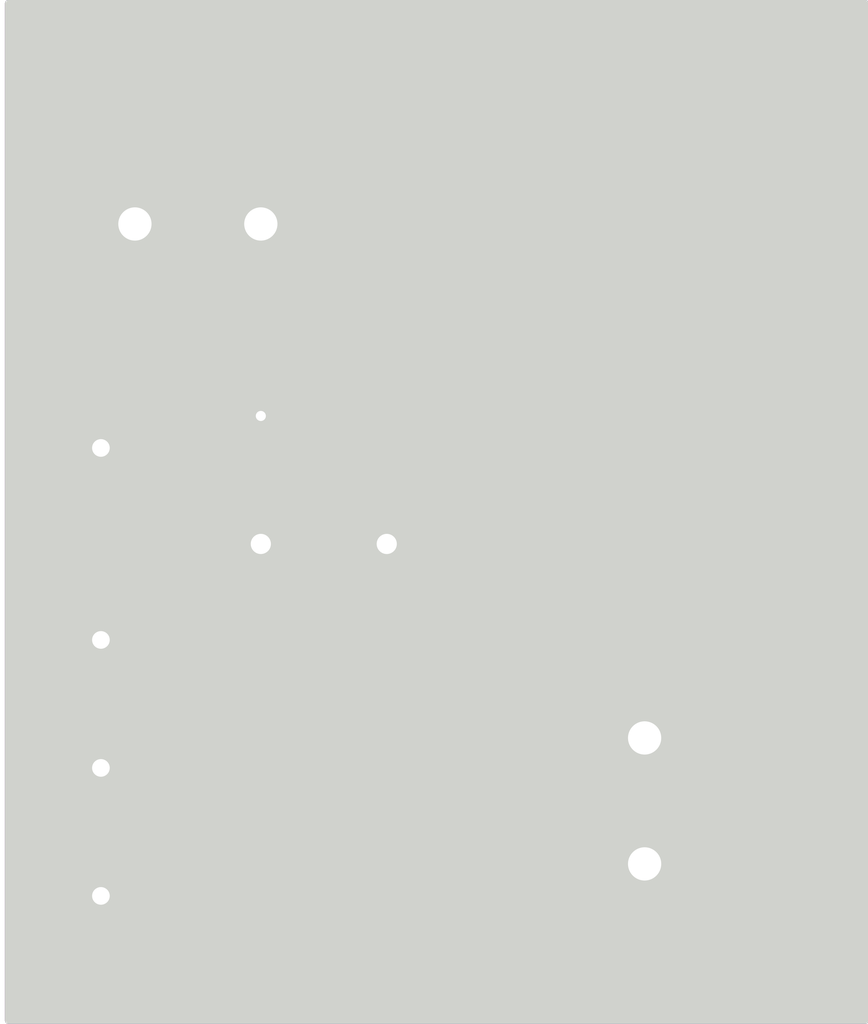
<source format=kicad_pcb>
(kicad_pcb (version 20171130) (host pcbnew "(5.1.9)-1")

  (general
    (thickness 1.6)
    (drawings 21)
    (tracks 18)
    (zones 0)
    (modules 5)
    (nets 4)
  )

  (page A4)
  (layers
    (0 F.Cu signal)
    (31 B.Cu signal)
    (32 B.Adhes user)
    (33 F.Adhes user)
    (34 B.Paste user)
    (35 F.Paste user)
    (36 B.SilkS user)
    (37 F.SilkS user)
    (38 B.Mask user)
    (39 F.Mask user)
    (40 Dwgs.User user)
    (41 Cmts.User user)
    (42 Eco1.User user)
    (43 Eco2.User user)
    (44 Edge.Cuts user)
    (45 Margin user)
    (46 B.CrtYd user)
    (47 F.CrtYd user)
    (48 B.Fab user)
    (49 F.Fab user)
  )

  (setup
    (last_trace_width 0.25)
    (trace_clearance 0.2)
    (zone_clearance 0.508)
    (zone_45_only no)
    (trace_min 0.2)
    (via_size 0.8)
    (via_drill 0.4)
    (via_min_size 0.4)
    (via_min_drill 0.3)
    (uvia_size 0.3)
    (uvia_drill 0.1)
    (uvias_allowed no)
    (uvia_min_size 0.2)
    (uvia_min_drill 0.1)
    (edge_width 0.05)
    (segment_width 0.2)
    (pcb_text_width 0.3)
    (pcb_text_size 1.5 1.5)
    (mod_edge_width 0.12)
    (mod_text_size 1 1)
    (mod_text_width 0.15)
    (pad_size 1.524 1.524)
    (pad_drill 0.762)
    (pad_to_mask_clearance 0)
    (aux_axis_origin 0 0)
    (visible_elements 7FFFFFFF)
    (pcbplotparams
      (layerselection 0x010fc_ffffffff)
      (usegerberextensions true)
      (usegerberattributes false)
      (usegerberadvancedattributes false)
      (creategerberjobfile false)
      (excludeedgelayer true)
      (linewidth 0.100000)
      (plotframeref false)
      (viasonmask false)
      (mode 1)
      (useauxorigin false)
      (hpglpennumber 1)
      (hpglpenspeed 20)
      (hpglpendiameter 15.000000)
      (psnegative false)
      (psa4output false)
      (plotreference true)
      (plotvalue false)
      (plotinvisibletext false)
      (padsonsilk false)
      (subtractmaskfromsilk true)
      (outputformat 1)
      (mirror false)
      (drillshape 0)
      (scaleselection 1)
      (outputdirectory "GerberFiles_Secondary/"))
  )

  (net 0 "")
  (net 1 "Net-(C5-Pad1)")
  (net 2 GND)
  (net 3 "Net-(J1-Pad1)")

  (net_class Default "This is the default net class."
    (clearance 0.2)
    (trace_width 0.25)
    (via_dia 0.8)
    (via_drill 0.4)
    (uvia_dia 0.3)
    (uvia_drill 0.1)
    (add_net GND)
    (add_net "Net-(C5-Pad1)")
    (add_net "Net-(J1-Pad1)")
  )

  (module Capacitor_THT:CP_Radial_Tantal_D4.5mm_P5.00mm (layer F.Cu) (tedit 5AE50EF0) (tstamp 608A1E4E)
    (at 134.62 95.25)
    (descr "CP, Radial_Tantal series, Radial, pin pitch=5.00mm, , diameter=4.5mm, Tantal Electrolytic Capacitor, http://cdn-reichelt.de/documents/datenblatt/B300/TANTAL-TB-Serie%23.pdf")
    (tags "CP Radial_Tantal series Radial pin pitch 5.00mm  diameter 4.5mm Tantal Electrolytic Capacitor")
    (path /6089E46C)
    (fp_text reference C5 (at 2.5 -3.5) (layer F.SilkS)
      (effects (font (size 1 1) (thickness 0.15)))
    )
    (fp_text value 0.1 (at 2.5 3.5) (layer F.Fab)
      (effects (font (size 1 1) (thickness 0.15)))
    )
    (fp_circle (center 2.5 0) (end 4.75 0) (layer F.Fab) (width 0.1))
    (fp_circle (center 2.5 0) (end 6.22 0) (layer F.CrtYd) (width 0.05))
    (fp_line (start 0.58192 -0.9775) (end 1.03192 -0.9775) (layer F.Fab) (width 0.1))
    (fp_line (start 0.80692 -1.2025) (end 0.80692 -0.7525) (layer F.Fab) (width 0.1))
    (fp_line (start -0.037288 -1.335) (end 0.412712 -1.335) (layer F.SilkS) (width 0.12))
    (fp_line (start 0.187712 -1.56) (end 0.187712 -1.11) (layer F.SilkS) (width 0.12))
    (fp_arc (start 2.5 0) (end 0.380259 -1.06) (angle 126.864288) (layer F.SilkS) (width 0.12))
    (fp_arc (start 2.5 0) (end 0.380259 1.06) (angle -126.864288) (layer F.SilkS) (width 0.12))
    (fp_text user %R (at 2.5 0) (layer F.Fab)
      (effects (font (size 0.9 0.9) (thickness 0.135)))
    )
    (pad 1 thru_hole rect (at 0 0) (size 1.6 1.6) (drill 0.8) (layers *.Cu *.Mask)
      (net 1 "Net-(C5-Pad1)"))
    (pad 2 thru_hole circle (at 5 0) (size 1.6 1.6) (drill 0.8) (layers *.Cu *.Mask)
      (net 2 GND))
    (model ${KISYS3DMOD}/Capacitor_THT.3dshapes/CP_Radial_Tantal_D4.5mm_P5.00mm.wrl
      (at (xyz 0 0 0))
      (scale (xyz 1 1 1))
      (rotate (xyz 0 0 0))
    )
  )

  (module TerminalBlock:TerminalBlock_Altech_AK300-2_P5.00mm (layer F.Cu) (tedit 59FF0306) (tstamp 608A1EB5)
    (at 149.86 107.95 90)
    (descr "Altech AK300 terminal block, pitch 5.0mm, 45 degree angled, see http://www.mouser.com/ds/2/16/PCBMETRC-24178.pdf")
    (tags "Altech AK300 terminal block pitch 5.0mm")
    (path /60873ADE)
    (fp_text reference J1 (at -1.92 -6.99 90) (layer F.SilkS)
      (effects (font (size 1 1) (thickness 0.15)))
    )
    (fp_text value "Light Sensor Output" (at 2.78 7.75 90) (layer F.Fab)
      (effects (font (size 1 1) (thickness 0.15)))
    )
    (fp_line (start -2.65 -6.3) (end -2.65 6.3) (layer F.SilkS) (width 0.12))
    (fp_line (start -2.65 6.3) (end 7.7 6.3) (layer F.SilkS) (width 0.12))
    (fp_line (start 7.7 6.3) (end 7.7 5.35) (layer F.SilkS) (width 0.12))
    (fp_line (start 7.7 5.35) (end 8.2 5.6) (layer F.SilkS) (width 0.12))
    (fp_line (start 8.2 5.6) (end 8.2 3.7) (layer F.SilkS) (width 0.12))
    (fp_line (start 8.2 3.7) (end 8.2 3.65) (layer F.SilkS) (width 0.12))
    (fp_line (start 8.2 3.65) (end 7.7 3.9) (layer F.SilkS) (width 0.12))
    (fp_line (start 7.7 3.9) (end 7.7 -1.5) (layer F.SilkS) (width 0.12))
    (fp_line (start 7.7 -1.5) (end 8.2 -1.2) (layer F.SilkS) (width 0.12))
    (fp_line (start 8.2 -1.2) (end 8.2 -6.3) (layer F.SilkS) (width 0.12))
    (fp_line (start 8.2 -6.3) (end -2.65 -6.3) (layer F.SilkS) (width 0.12))
    (fp_line (start -1.26 2.54) (end 1.28 2.54) (layer F.Fab) (width 0.1))
    (fp_line (start 1.28 2.54) (end 1.28 -0.25) (layer F.Fab) (width 0.1))
    (fp_line (start -1.26 -0.25) (end 1.28 -0.25) (layer F.Fab) (width 0.1))
    (fp_line (start -1.26 2.54) (end -1.26 -0.25) (layer F.Fab) (width 0.1))
    (fp_line (start 3.74 2.54) (end 6.28 2.54) (layer F.Fab) (width 0.1))
    (fp_line (start 6.28 2.54) (end 6.28 -0.25) (layer F.Fab) (width 0.1))
    (fp_line (start 3.74 -0.25) (end 6.28 -0.25) (layer F.Fab) (width 0.1))
    (fp_line (start 3.74 2.54) (end 3.74 -0.25) (layer F.Fab) (width 0.1))
    (fp_line (start 7.61 -6.22) (end 7.61 -3.17) (layer F.Fab) (width 0.1))
    (fp_line (start 7.61 -6.22) (end -2.58 -6.22) (layer F.Fab) (width 0.1))
    (fp_line (start 7.61 -6.22) (end 8.11 -6.22) (layer F.Fab) (width 0.1))
    (fp_line (start 8.11 -6.22) (end 8.11 -1.4) (layer F.Fab) (width 0.1))
    (fp_line (start 8.11 -1.4) (end 7.61 -1.65) (layer F.Fab) (width 0.1))
    (fp_line (start 8.11 5.46) (end 7.61 5.21) (layer F.Fab) (width 0.1))
    (fp_line (start 7.61 5.21) (end 7.61 6.22) (layer F.Fab) (width 0.1))
    (fp_line (start 8.11 3.81) (end 7.61 4.06) (layer F.Fab) (width 0.1))
    (fp_line (start 7.61 4.06) (end 7.61 5.21) (layer F.Fab) (width 0.1))
    (fp_line (start 8.11 3.81) (end 8.11 5.46) (layer F.Fab) (width 0.1))
    (fp_line (start 2.98 6.22) (end 2.98 4.32) (layer F.Fab) (width 0.1))
    (fp_line (start 7.05 -0.25) (end 7.05 4.32) (layer F.Fab) (width 0.1))
    (fp_line (start 2.98 6.22) (end 7.05 6.22) (layer F.Fab) (width 0.1))
    (fp_line (start 7.05 6.22) (end 7.61 6.22) (layer F.Fab) (width 0.1))
    (fp_line (start 2.04 6.22) (end 2.04 4.32) (layer F.Fab) (width 0.1))
    (fp_line (start 2.04 6.22) (end 2.98 6.22) (layer F.Fab) (width 0.1))
    (fp_line (start -2.02 -0.25) (end -2.02 4.32) (layer F.Fab) (width 0.1))
    (fp_line (start -2.58 6.22) (end -2.02 6.22) (layer F.Fab) (width 0.1))
    (fp_line (start -2.02 6.22) (end 2.04 6.22) (layer F.Fab) (width 0.1))
    (fp_line (start 2.98 4.32) (end 7.05 4.32) (layer F.Fab) (width 0.1))
    (fp_line (start 2.98 4.32) (end 2.98 -0.25) (layer F.Fab) (width 0.1))
    (fp_line (start 7.05 4.32) (end 7.05 6.22) (layer F.Fab) (width 0.1))
    (fp_line (start 2.04 4.32) (end -2.02 4.32) (layer F.Fab) (width 0.1))
    (fp_line (start 2.04 4.32) (end 2.04 -0.25) (layer F.Fab) (width 0.1))
    (fp_line (start -2.02 4.32) (end -2.02 6.22) (layer F.Fab) (width 0.1))
    (fp_line (start 6.67 3.68) (end 6.67 0.51) (layer F.Fab) (width 0.1))
    (fp_line (start 6.67 3.68) (end 3.36 3.68) (layer F.Fab) (width 0.1))
    (fp_line (start 3.36 3.68) (end 3.36 0.51) (layer F.Fab) (width 0.1))
    (fp_line (start 1.66 3.68) (end 1.66 0.51) (layer F.Fab) (width 0.1))
    (fp_line (start 1.66 3.68) (end -1.64 3.68) (layer F.Fab) (width 0.1))
    (fp_line (start -1.64 3.68) (end -1.64 0.51) (layer F.Fab) (width 0.1))
    (fp_line (start -1.64 0.51) (end -1.26 0.51) (layer F.Fab) (width 0.1))
    (fp_line (start 1.66 0.51) (end 1.28 0.51) (layer F.Fab) (width 0.1))
    (fp_line (start 3.36 0.51) (end 3.74 0.51) (layer F.Fab) (width 0.1))
    (fp_line (start 6.67 0.51) (end 6.28 0.51) (layer F.Fab) (width 0.1))
    (fp_line (start -2.58 6.22) (end -2.58 -0.64) (layer F.Fab) (width 0.1))
    (fp_line (start -2.58 -0.64) (end -2.58 -3.17) (layer F.Fab) (width 0.1))
    (fp_line (start 7.61 -1.65) (end 7.61 -0.64) (layer F.Fab) (width 0.1))
    (fp_line (start 7.61 -0.64) (end 7.61 4.06) (layer F.Fab) (width 0.1))
    (fp_line (start -2.58 -3.17) (end 7.61 -3.17) (layer F.Fab) (width 0.1))
    (fp_line (start -2.58 -3.17) (end -2.58 -6.22) (layer F.Fab) (width 0.1))
    (fp_line (start 7.61 -3.17) (end 7.61 -1.65) (layer F.Fab) (width 0.1))
    (fp_line (start 2.98 -3.43) (end 2.98 -5.97) (layer F.Fab) (width 0.1))
    (fp_line (start 2.98 -5.97) (end 7.05 -5.97) (layer F.Fab) (width 0.1))
    (fp_line (start 7.05 -5.97) (end 7.05 -3.43) (layer F.Fab) (width 0.1))
    (fp_line (start 7.05 -3.43) (end 2.98 -3.43) (layer F.Fab) (width 0.1))
    (fp_line (start 2.04 -3.43) (end 2.04 -5.97) (layer F.Fab) (width 0.1))
    (fp_line (start 2.04 -3.43) (end -2.02 -3.43) (layer F.Fab) (width 0.1))
    (fp_line (start -2.02 -3.43) (end -2.02 -5.97) (layer F.Fab) (width 0.1))
    (fp_line (start 2.04 -5.97) (end -2.02 -5.97) (layer F.Fab) (width 0.1))
    (fp_line (start 3.39 -4.45) (end 6.44 -5.08) (layer F.Fab) (width 0.1))
    (fp_line (start 3.52 -4.32) (end 6.56 -4.95) (layer F.Fab) (width 0.1))
    (fp_line (start -1.62 -4.45) (end 1.44 -5.08) (layer F.Fab) (width 0.1))
    (fp_line (start -1.49 -4.32) (end 1.56 -4.95) (layer F.Fab) (width 0.1))
    (fp_line (start -2.02 -0.25) (end -1.64 -0.25) (layer F.Fab) (width 0.1))
    (fp_line (start 2.04 -0.25) (end 1.66 -0.25) (layer F.Fab) (width 0.1))
    (fp_line (start 1.66 -0.25) (end -1.64 -0.25) (layer F.Fab) (width 0.1))
    (fp_line (start -2.58 -0.64) (end -1.64 -0.64) (layer F.Fab) (width 0.1))
    (fp_line (start -1.64 -0.64) (end 1.66 -0.64) (layer F.Fab) (width 0.1))
    (fp_line (start 1.66 -0.64) (end 3.36 -0.64) (layer F.Fab) (width 0.1))
    (fp_line (start 7.61 -0.64) (end 6.67 -0.64) (layer F.Fab) (width 0.1))
    (fp_line (start 6.67 -0.64) (end 3.36 -0.64) (layer F.Fab) (width 0.1))
    (fp_line (start 7.05 -0.25) (end 6.67 -0.25) (layer F.Fab) (width 0.1))
    (fp_line (start 2.98 -0.25) (end 3.36 -0.25) (layer F.Fab) (width 0.1))
    (fp_line (start 3.36 -0.25) (end 6.67 -0.25) (layer F.Fab) (width 0.1))
    (fp_line (start -2.83 -6.47) (end 8.36 -6.47) (layer F.CrtYd) (width 0.05))
    (fp_line (start -2.83 -6.47) (end -2.83 6.47) (layer F.CrtYd) (width 0.05))
    (fp_line (start 8.36 6.47) (end 8.36 -6.47) (layer F.CrtYd) (width 0.05))
    (fp_line (start 8.36 6.47) (end -2.83 6.47) (layer F.CrtYd) (width 0.05))
    (fp_text user %R (at 2.5 -2 90) (layer F.Fab)
      (effects (font (size 1 1) (thickness 0.15)))
    )
    (fp_arc (start 6.03 -4.59) (end 6.54 -5.05) (angle 90.5) (layer F.Fab) (width 0.1))
    (fp_arc (start 5.07 -6.07) (end 6.53 -4.12) (angle 75.5) (layer F.Fab) (width 0.1))
    (fp_arc (start 4.99 -3.71) (end 3.39 -5) (angle 100) (layer F.Fab) (width 0.1))
    (fp_arc (start 3.87 -4.65) (end 3.58 -4.13) (angle 104.2) (layer F.Fab) (width 0.1))
    (fp_arc (start 1.03 -4.59) (end 1.53 -5.05) (angle 90.5) (layer F.Fab) (width 0.1))
    (fp_arc (start 0.06 -6.07) (end 1.53 -4.12) (angle 75.5) (layer F.Fab) (width 0.1))
    (fp_arc (start -0.01 -3.71) (end -1.62 -5) (angle 100) (layer F.Fab) (width 0.1))
    (fp_arc (start -1.13 -4.65) (end -1.42 -4.13) (angle 104.2) (layer F.Fab) (width 0.1))
    (pad 1 thru_hole rect (at 0 0 90) (size 1.98 3.96) (drill 1.32) (layers *.Cu *.Mask)
      (net 3 "Net-(J1-Pad1)"))
    (pad 2 thru_hole oval (at 5 0 90) (size 1.98 3.96) (drill 1.32) (layers *.Cu *.Mask)
      (net 2 GND))
    (model ${KISYS3DMOD}/TerminalBlock.3dshapes/TerminalBlock_Altech_AK300-2_P5.00mm.wrl
      (at (xyz 0 0 0))
      (scale (xyz 1 1 1))
      (rotate (xyz 0 0 0))
    )
  )

  (module TerminalBlock:TerminalBlock_Altech_AK300-2_P5.00mm (layer F.Cu) (tedit 59FF0306) (tstamp 608A1F1C)
    (at 134.62 82.55 180)
    (descr "Altech AK300 terminal block, pitch 5.0mm, 45 degree angled, see http://www.mouser.com/ds/2/16/PCBMETRC-24178.pdf")
    (tags "Altech AK300 terminal block pitch 5.0mm")
    (path /608CEBFA)
    (fp_text reference "" (at -1.92 -6.99) (layer F.SilkS)
      (effects (font (size 1 1) (thickness 0.15)))
    )
    (fp_text value "3.3 V Power Supply" (at 2.78 7.75) (layer F.Fab)
      (effects (font (size 1 1) (thickness 0.15)))
    )
    (fp_line (start 8.36 6.47) (end -2.83 6.47) (layer F.CrtYd) (width 0.05))
    (fp_line (start 8.36 6.47) (end 8.36 -6.47) (layer F.CrtYd) (width 0.05))
    (fp_line (start -2.83 -6.47) (end -2.83 6.47) (layer F.CrtYd) (width 0.05))
    (fp_line (start -2.83 -6.47) (end 8.36 -6.47) (layer F.CrtYd) (width 0.05))
    (fp_line (start 3.36 -0.25) (end 6.67 -0.25) (layer F.Fab) (width 0.1))
    (fp_line (start 2.98 -0.25) (end 3.36 -0.25) (layer F.Fab) (width 0.1))
    (fp_line (start 7.05 -0.25) (end 6.67 -0.25) (layer F.Fab) (width 0.1))
    (fp_line (start 6.67 -0.64) (end 3.36 -0.64) (layer F.Fab) (width 0.1))
    (fp_line (start 7.61 -0.64) (end 6.67 -0.64) (layer F.Fab) (width 0.1))
    (fp_line (start 1.66 -0.64) (end 3.36 -0.64) (layer F.Fab) (width 0.1))
    (fp_line (start -1.64 -0.64) (end 1.66 -0.64) (layer F.Fab) (width 0.1))
    (fp_line (start -2.58 -0.64) (end -1.64 -0.64) (layer F.Fab) (width 0.1))
    (fp_line (start 1.66 -0.25) (end -1.64 -0.25) (layer F.Fab) (width 0.1))
    (fp_line (start 2.04 -0.25) (end 1.66 -0.25) (layer F.Fab) (width 0.1))
    (fp_line (start -2.02 -0.25) (end -1.64 -0.25) (layer F.Fab) (width 0.1))
    (fp_line (start -1.49 -4.32) (end 1.56 -4.95) (layer F.Fab) (width 0.1))
    (fp_line (start -1.62 -4.45) (end 1.44 -5.08) (layer F.Fab) (width 0.1))
    (fp_line (start 3.52 -4.32) (end 6.56 -4.95) (layer F.Fab) (width 0.1))
    (fp_line (start 3.39 -4.45) (end 6.44 -5.08) (layer F.Fab) (width 0.1))
    (fp_line (start 2.04 -5.97) (end -2.02 -5.97) (layer F.Fab) (width 0.1))
    (fp_line (start -2.02 -3.43) (end -2.02 -5.97) (layer F.Fab) (width 0.1))
    (fp_line (start 2.04 -3.43) (end -2.02 -3.43) (layer F.Fab) (width 0.1))
    (fp_line (start 2.04 -3.43) (end 2.04 -5.97) (layer F.Fab) (width 0.1))
    (fp_line (start 7.05 -3.43) (end 2.98 -3.43) (layer F.Fab) (width 0.1))
    (fp_line (start 7.05 -5.97) (end 7.05 -3.43) (layer F.Fab) (width 0.1))
    (fp_line (start 2.98 -5.97) (end 7.05 -5.97) (layer F.Fab) (width 0.1))
    (fp_line (start 2.98 -3.43) (end 2.98 -5.97) (layer F.Fab) (width 0.1))
    (fp_line (start 7.61 -3.17) (end 7.61 -1.65) (layer F.Fab) (width 0.1))
    (fp_line (start -2.58 -3.17) (end -2.58 -6.22) (layer F.Fab) (width 0.1))
    (fp_line (start -2.58 -3.17) (end 7.61 -3.17) (layer F.Fab) (width 0.1))
    (fp_line (start 7.61 -0.64) (end 7.61 4.06) (layer F.Fab) (width 0.1))
    (fp_line (start 7.61 -1.65) (end 7.61 -0.64) (layer F.Fab) (width 0.1))
    (fp_line (start -2.58 -0.64) (end -2.58 -3.17) (layer F.Fab) (width 0.1))
    (fp_line (start -2.58 6.22) (end -2.58 -0.64) (layer F.Fab) (width 0.1))
    (fp_line (start 6.67 0.51) (end 6.28 0.51) (layer F.Fab) (width 0.1))
    (fp_line (start 3.36 0.51) (end 3.74 0.51) (layer F.Fab) (width 0.1))
    (fp_line (start 1.66 0.51) (end 1.28 0.51) (layer F.Fab) (width 0.1))
    (fp_line (start -1.64 0.51) (end -1.26 0.51) (layer F.Fab) (width 0.1))
    (fp_line (start -1.64 3.68) (end -1.64 0.51) (layer F.Fab) (width 0.1))
    (fp_line (start 1.66 3.68) (end -1.64 3.68) (layer F.Fab) (width 0.1))
    (fp_line (start 1.66 3.68) (end 1.66 0.51) (layer F.Fab) (width 0.1))
    (fp_line (start 3.36 3.68) (end 3.36 0.51) (layer F.Fab) (width 0.1))
    (fp_line (start 6.67 3.68) (end 3.36 3.68) (layer F.Fab) (width 0.1))
    (fp_line (start 6.67 3.68) (end 6.67 0.51) (layer F.Fab) (width 0.1))
    (fp_line (start -2.02 4.32) (end -2.02 6.22) (layer F.Fab) (width 0.1))
    (fp_line (start 2.04 4.32) (end 2.04 -0.25) (layer F.Fab) (width 0.1))
    (fp_line (start 2.04 4.32) (end -2.02 4.32) (layer F.Fab) (width 0.1))
    (fp_line (start 7.05 4.32) (end 7.05 6.22) (layer F.Fab) (width 0.1))
    (fp_line (start 2.98 4.32) (end 2.98 -0.25) (layer F.Fab) (width 0.1))
    (fp_line (start 2.98 4.32) (end 7.05 4.32) (layer F.Fab) (width 0.1))
    (fp_line (start -2.02 6.22) (end 2.04 6.22) (layer F.Fab) (width 0.1))
    (fp_line (start -2.58 6.22) (end -2.02 6.22) (layer F.Fab) (width 0.1))
    (fp_line (start -2.02 -0.25) (end -2.02 4.32) (layer F.Fab) (width 0.1))
    (fp_line (start 2.04 6.22) (end 2.98 6.22) (layer F.Fab) (width 0.1))
    (fp_line (start 2.04 6.22) (end 2.04 4.32) (layer F.Fab) (width 0.1))
    (fp_line (start 7.05 6.22) (end 7.61 6.22) (layer F.Fab) (width 0.1))
    (fp_line (start 2.98 6.22) (end 7.05 6.22) (layer F.Fab) (width 0.1))
    (fp_line (start 7.05 -0.25) (end 7.05 4.32) (layer F.Fab) (width 0.1))
    (fp_line (start 2.98 6.22) (end 2.98 4.32) (layer F.Fab) (width 0.1))
    (fp_line (start 8.11 3.81) (end 8.11 5.46) (layer F.Fab) (width 0.1))
    (fp_line (start 7.61 4.06) (end 7.61 5.21) (layer F.Fab) (width 0.1))
    (fp_line (start 8.11 3.81) (end 7.61 4.06) (layer F.Fab) (width 0.1))
    (fp_line (start 7.61 5.21) (end 7.61 6.22) (layer F.Fab) (width 0.1))
    (fp_line (start 8.11 5.46) (end 7.61 5.21) (layer F.Fab) (width 0.1))
    (fp_line (start 8.11 -1.4) (end 7.61 -1.65) (layer F.Fab) (width 0.1))
    (fp_line (start 8.11 -6.22) (end 8.11 -1.4) (layer F.Fab) (width 0.1))
    (fp_line (start 7.61 -6.22) (end 8.11 -6.22) (layer F.Fab) (width 0.1))
    (fp_line (start 7.61 -6.22) (end -2.58 -6.22) (layer F.Fab) (width 0.1))
    (fp_line (start 7.61 -6.22) (end 7.61 -3.17) (layer F.Fab) (width 0.1))
    (fp_line (start 3.74 2.54) (end 3.74 -0.25) (layer F.Fab) (width 0.1))
    (fp_line (start 3.74 -0.25) (end 6.28 -0.25) (layer F.Fab) (width 0.1))
    (fp_line (start 6.28 2.54) (end 6.28 -0.25) (layer F.Fab) (width 0.1))
    (fp_line (start 3.74 2.54) (end 6.28 2.54) (layer F.Fab) (width 0.1))
    (fp_line (start -1.26 2.54) (end -1.26 -0.25) (layer F.Fab) (width 0.1))
    (fp_line (start -1.26 -0.25) (end 1.28 -0.25) (layer F.Fab) (width 0.1))
    (fp_line (start 1.28 2.54) (end 1.28 -0.25) (layer F.Fab) (width 0.1))
    (fp_line (start -1.26 2.54) (end 1.28 2.54) (layer F.Fab) (width 0.1))
    (fp_line (start 8.2 -6.3) (end -2.65 -6.3) (layer F.SilkS) (width 0.12))
    (fp_line (start 8.2 -1.2) (end 8.2 -6.3) (layer F.SilkS) (width 0.12))
    (fp_line (start 7.7 -1.5) (end 8.2 -1.2) (layer F.SilkS) (width 0.12))
    (fp_line (start 7.7 3.9) (end 7.7 -1.5) (layer F.SilkS) (width 0.12))
    (fp_line (start 8.2 3.65) (end 7.7 3.9) (layer F.SilkS) (width 0.12))
    (fp_line (start 8.2 3.7) (end 8.2 3.65) (layer F.SilkS) (width 0.12))
    (fp_line (start 8.2 5.6) (end 8.2 3.7) (layer F.SilkS) (width 0.12))
    (fp_line (start 7.7 5.35) (end 8.2 5.6) (layer F.SilkS) (width 0.12))
    (fp_line (start 7.7 6.3) (end 7.7 5.35) (layer F.SilkS) (width 0.12))
    (fp_line (start -2.65 6.3) (end 7.7 6.3) (layer F.SilkS) (width 0.12))
    (fp_line (start -2.65 -6.3) (end -2.65 6.3) (layer F.SilkS) (width 0.12))
    (fp_arc (start -1.13 -4.65) (end -1.42 -4.13) (angle 104.2) (layer F.Fab) (width 0.1))
    (fp_arc (start -0.01 -3.71) (end -1.62 -5) (angle 100) (layer F.Fab) (width 0.1))
    (fp_arc (start 0.06 -6.07) (end 1.53 -4.12) (angle 75.5) (layer F.Fab) (width 0.1))
    (fp_arc (start 1.03 -4.59) (end 1.53 -5.05) (angle 90.5) (layer F.Fab) (width 0.1))
    (fp_arc (start 3.87 -4.65) (end 3.58 -4.13) (angle 104.2) (layer F.Fab) (width 0.1))
    (fp_arc (start 4.99 -3.71) (end 3.39 -5) (angle 100) (layer F.Fab) (width 0.1))
    (fp_arc (start 5.07 -6.07) (end 6.53 -4.12) (angle 75.5) (layer F.Fab) (width 0.1))
    (fp_arc (start 6.03 -4.59) (end 6.54 -5.05) (angle 90.5) (layer F.Fab) (width 0.1))
    (fp_text user %R (at 2.5 -2) (layer F.Fab)
      (effects (font (size 1 1) (thickness 0.15)))
    )
    (pad 2 thru_hole oval (at 5 0 180) (size 1.98 3.96) (drill 1.32) (layers *.Cu *.Mask)
      (net 2 GND))
    (pad 1 thru_hole rect (at 0 0 180) (size 1.98 3.96) (drill 1.32) (layers *.Cu *.Mask)
      (net 1 "Net-(C5-Pad1)"))
    (model ${KISYS3DMOD}/TerminalBlock.3dshapes/TerminalBlock_Altech_AK300-2_P5.00mm.wrl
      (at (xyz 0 0 0))
      (scale (xyz 1 1 1))
      (rotate (xyz 0 0 0))
    )
  )

  (module Resistor_THT:R_Axial_DIN0204_L3.6mm_D1.6mm_P7.62mm_Horizontal (layer F.Cu) (tedit 5AE5139B) (tstamp 608A1F33)
    (at 128.27 99.06 90)
    (descr "Resistor, Axial_DIN0204 series, Axial, Horizontal, pin pitch=7.62mm, 0.167W, length*diameter=3.6*1.6mm^2, http://cdn-reichelt.de/documents/datenblatt/B400/1_4W%23YAG.pdf")
    (tags "Resistor Axial_DIN0204 series Axial Horizontal pin pitch 7.62mm 0.167W length 3.6mm diameter 1.6mm")
    (path /6066BE9F)
    (fp_text reference R1 (at 3.81 -1.92 90) (layer F.SilkS)
      (effects (font (size 1 1) (thickness 0.15)))
    )
    (fp_text value 1k (at 3.81 1.92 90) (layer F.Fab)
      (effects (font (size 1 1) (thickness 0.15)))
    )
    (fp_line (start 2.01 -0.8) (end 2.01 0.8) (layer F.Fab) (width 0.1))
    (fp_line (start 2.01 0.8) (end 5.61 0.8) (layer F.Fab) (width 0.1))
    (fp_line (start 5.61 0.8) (end 5.61 -0.8) (layer F.Fab) (width 0.1))
    (fp_line (start 5.61 -0.8) (end 2.01 -0.8) (layer F.Fab) (width 0.1))
    (fp_line (start 0 0) (end 2.01 0) (layer F.Fab) (width 0.1))
    (fp_line (start 7.62 0) (end 5.61 0) (layer F.Fab) (width 0.1))
    (fp_line (start 1.89 -0.92) (end 1.89 0.92) (layer F.SilkS) (width 0.12))
    (fp_line (start 1.89 0.92) (end 5.73 0.92) (layer F.SilkS) (width 0.12))
    (fp_line (start 5.73 0.92) (end 5.73 -0.92) (layer F.SilkS) (width 0.12))
    (fp_line (start 5.73 -0.92) (end 1.89 -0.92) (layer F.SilkS) (width 0.12))
    (fp_line (start 0.94 0) (end 1.89 0) (layer F.SilkS) (width 0.12))
    (fp_line (start 6.68 0) (end 5.73 0) (layer F.SilkS) (width 0.12))
    (fp_line (start -0.95 -1.05) (end -0.95 1.05) (layer F.CrtYd) (width 0.05))
    (fp_line (start -0.95 1.05) (end 8.57 1.05) (layer F.CrtYd) (width 0.05))
    (fp_line (start 8.57 1.05) (end 8.57 -1.05) (layer F.CrtYd) (width 0.05))
    (fp_line (start 8.57 -1.05) (end -0.95 -1.05) (layer F.CrtYd) (width 0.05))
    (fp_text user %R (at 3.81 0 90) (layer F.Fab)
      (effects (font (size 0.72 0.72) (thickness 0.108)))
    )
    (pad 1 thru_hole circle (at 0 0 90) (size 1.4 1.4) (drill 0.7) (layers *.Cu *.Mask)
      (net 3 "Net-(J1-Pad1)"))
    (pad 2 thru_hole oval (at 7.62 0 90) (size 1.4 1.4) (drill 0.7) (layers *.Cu *.Mask)
      (net 1 "Net-(C5-Pad1)"))
    (model ${KISYS3DMOD}/Resistor_THT.3dshapes/R_Axial_DIN0204_L3.6mm_D1.6mm_P7.62mm_Horizontal.wrl
      (at (xyz 0 0 0))
      (scale (xyz 1 1 1))
      (rotate (xyz 0 0 0))
    )
  )

  (module Resistor_THT:R_Axial_DIN0204_L3.6mm_D1.6mm_P5.08mm_Horizontal (layer F.Cu) (tedit 5AE5139B) (tstamp 608A1F46)
    (at 128.27 109.22 90)
    (descr "Resistor, Axial_DIN0204 series, Axial, Horizontal, pin pitch=5.08mm, 0.167W, length*diameter=3.6*1.6mm^2, http://cdn-reichelt.de/documents/datenblatt/B400/1_4W%23YAG.pdf")
    (tags "Resistor Axial_DIN0204 series Axial Horizontal pin pitch 5.08mm 0.167W length 3.6mm diameter 1.6mm")
    (path /6066CAE6)
    (fp_text reference R2 (at 2.54 -1.92 90) (layer F.SilkS)
      (effects (font (size 1 1) (thickness 0.15)))
    )
    (fp_text value R_PHOTO (at 2.54 1.92 90) (layer F.Fab)
      (effects (font (size 1 1) (thickness 0.15)))
    )
    (fp_line (start 0.74 -0.8) (end 0.74 0.8) (layer F.Fab) (width 0.1))
    (fp_line (start 0.74 0.8) (end 4.34 0.8) (layer F.Fab) (width 0.1))
    (fp_line (start 4.34 0.8) (end 4.34 -0.8) (layer F.Fab) (width 0.1))
    (fp_line (start 4.34 -0.8) (end 0.74 -0.8) (layer F.Fab) (width 0.1))
    (fp_line (start 0 0) (end 0.74 0) (layer F.Fab) (width 0.1))
    (fp_line (start 5.08 0) (end 4.34 0) (layer F.Fab) (width 0.1))
    (fp_line (start 0.62 -0.92) (end 4.46 -0.92) (layer F.SilkS) (width 0.12))
    (fp_line (start 0.62 0.92) (end 4.46 0.92) (layer F.SilkS) (width 0.12))
    (fp_line (start -0.95 -1.05) (end -0.95 1.05) (layer F.CrtYd) (width 0.05))
    (fp_line (start -0.95 1.05) (end 6.03 1.05) (layer F.CrtYd) (width 0.05))
    (fp_line (start 6.03 1.05) (end 6.03 -1.05) (layer F.CrtYd) (width 0.05))
    (fp_line (start 6.03 -1.05) (end -0.95 -1.05) (layer F.CrtYd) (width 0.05))
    (fp_text user %R (at 2.54 0 90) (layer F.Fab)
      (effects (font (size 0.72 0.72) (thickness 0.108)))
    )
    (pad 1 thru_hole circle (at 0 0 90) (size 1.4 1.4) (drill 0.7) (layers *.Cu *.Mask)
      (net 3 "Net-(J1-Pad1)"))
    (pad 2 thru_hole oval (at 5.08 0 90) (size 1.4 1.4) (drill 0.7) (layers *.Cu *.Mask)
      (net 2 GND))
    (model ${KISYS3DMOD}/Resistor_THT.3dshapes/R_Axial_DIN0204_L3.6mm_D1.6mm_P5.08mm_Horizontal.wrl
      (at (xyz 0 0 0))
      (scale (xyz 1 1 1))
      (rotate (xyz 0 0 0))
    )
  )

  (gr_text "Chrisner Garcesa\nENGR 498\nSenior Project\nWWU" (at 148.59 85.09) (layer Dwgs.User)
    (effects (font (size 1 1) (thickness 0.15)))
  )
  (gr_line (start 153.67 100.33) (end 146.05 100.33) (layer Dwgs.User) (width 0.15) (tstamp 608A5CCF))
  (gr_line (start 153.67 110.49) (end 153.67 100.33) (layer Dwgs.User) (width 0.15))
  (gr_line (start 146.05 110.49) (end 153.67 110.49) (layer Dwgs.User) (width 0.15))
  (gr_line (start 146.05 100.33) (end 146.05 110.49) (layer Dwgs.User) (width 0.15))
  (gr_line (start 142.24 92.71) (end 132.08 92.71) (layer Dwgs.User) (width 0.15) (tstamp 608A5CC6))
  (gr_line (start 142.24 97.79) (end 142.24 92.71) (layer Dwgs.User) (width 0.15))
  (gr_line (start 132.08 97.79) (end 142.24 97.79) (layer Dwgs.User) (width 0.15))
  (gr_line (start 132.08 92.71) (end 132.08 97.79) (layer Dwgs.User) (width 0.15))
  (gr_line (start 125.73 78.74) (end 125.73 85.09) (layer Dwgs.User) (width 0.15) (tstamp 608A5CBB))
  (gr_line (start 138.43 78.74) (end 125.73 78.74) (layer Dwgs.User) (width 0.15))
  (gr_line (start 138.43 85.09) (end 138.43 78.74) (layer Dwgs.User) (width 0.15))
  (gr_line (start 125.73 85.09) (end 138.43 85.09) (layer Dwgs.User) (width 0.15))
  (gr_line (start 125.73 88.9) (end 125.73 101.6) (layer Dwgs.User) (width 0.15) (tstamp 608A5CB0))
  (gr_line (start 130.81 88.9) (end 125.73 88.9) (layer Dwgs.User) (width 0.15))
  (gr_line (start 130.81 101.6) (end 130.81 88.9) (layer Dwgs.User) (width 0.15))
  (gr_line (start 125.73 101.6) (end 130.81 101.6) (layer Dwgs.User) (width 0.15))
  (gr_line (start 125.73 102.87) (end 125.73 111.76) (layer Dwgs.User) (width 0.15) (tstamp 608A5CA9))
  (gr_line (start 130.81 102.87) (end 125.73 102.87) (layer Dwgs.User) (width 0.15))
  (gr_line (start 130.81 111.76) (end 130.81 102.87) (layer Dwgs.User) (width 0.15))
  (gr_line (start 125.73 111.76) (end 130.81 111.76) (layer Dwgs.User) (width 0.15))

  (segment (start 130.81 91.44) (end 134.62 95.25) (width 0.25) (layer F.Cu) (net 1))
  (segment (start 128.27 91.44) (end 130.81 91.44) (width 0.25) (layer F.Cu) (net 1))
  (segment (start 130.81 86.36) (end 134.62 82.55) (width 0.25) (layer F.Cu) (net 1))
  (segment (start 130.81 91.44) (end 130.81 86.36) (width 0.25) (layer F.Cu) (net 1))
  (via (at 134.62 90.17) (size 0.8) (drill 0.4) (layers F.Cu B.Cu) (net 2))
  (segment (start 134.62 90.25) (end 134.62 90.17) (width 0.25) (layer F.Cu) (net 2))
  (segment (start 139.62 95.25) (end 134.62 90.25) (width 0.25) (layer F.Cu) (net 2))
  (segment (start 134.62 87.55) (end 129.62 82.55) (width 0.25) (layer B.Cu) (net 2))
  (segment (start 134.62 90.17) (end 134.62 87.55) (width 0.25) (layer B.Cu) (net 2))
  (segment (start 130.73 104.14) (end 139.62 95.25) (width 0.25) (layer F.Cu) (net 2))
  (segment (start 128.27 104.14) (end 130.73 104.14) (width 0.25) (layer F.Cu) (net 2))
  (segment (start 142.16 95.25) (end 149.86 102.95) (width 0.25) (layer F.Cu) (net 2))
  (segment (start 139.62 95.25) (end 142.16 95.25) (width 0.25) (layer F.Cu) (net 2))
  (segment (start 127.244999 108.194999) (end 128.27 109.22) (width 0.25) (layer F.Cu) (net 3))
  (segment (start 127.244999 100.085001) (end 127.244999 108.194999) (width 0.25) (layer F.Cu) (net 3))
  (segment (start 128.27 99.06) (end 127.244999 100.085001) (width 0.25) (layer F.Cu) (net 3))
  (segment (start 148.59 109.22) (end 149.86 107.95) (width 0.25) (layer F.Cu) (net 3))
  (segment (start 128.27 109.22) (end 148.59 109.22) (width 0.25) (layer F.Cu) (net 3))

  (zone (net 2) (net_name GND) (layer F.Cu) (tstamp 0) (hatch edge 0.508)
    (connect_pads (clearance 0.508))
    (min_thickness 0.254)
    (fill (arc_segments 32) (thermal_gap 0.508) (thermal_bridge_width 0.508))
    (polygon
      (pts
        (xy 158.75 114.3) (xy 124.46 114.3) (xy 124.46 73.66) (xy 158.75 73.66)
      )
    )
    (filled_polygon
      (pts
        (xy 158.623 114.173) (xy 124.587 114.173) (xy 124.587 100.085001) (xy 126.481323 100.085001) (xy 126.484999 100.122323)
        (xy 126.485 108.157667) (xy 126.481323 108.194999) (xy 126.495997 108.343984) (xy 126.539453 108.487245) (xy 126.610025 108.619275)
        (xy 126.6812 108.706001) (xy 126.704999 108.735) (xy 126.733997 108.758798) (xy 126.956355 108.981156) (xy 126.935 109.088514)
        (xy 126.935 109.351486) (xy 126.986304 109.609405) (xy 127.086939 109.852359) (xy 127.233038 110.071013) (xy 127.418987 110.256962)
        (xy 127.637641 110.403061) (xy 127.880595 110.503696) (xy 128.138514 110.555) (xy 128.401486 110.555) (xy 128.659405 110.503696)
        (xy 128.902359 110.403061) (xy 129.121013 110.256962) (xy 129.306962 110.071013) (xy 129.367775 109.98) (xy 148.552678 109.98)
        (xy 148.59 109.983676) (xy 148.627322 109.98) (xy 148.627333 109.98) (xy 148.738986 109.969003) (xy 148.882247 109.925546)
        (xy 149.014276 109.854974) (xy 149.130001 109.760001) (xy 149.153804 109.730997) (xy 149.306729 109.578072) (xy 151.84 109.578072)
        (xy 151.964482 109.565812) (xy 152.08418 109.529502) (xy 152.194494 109.470537) (xy 152.291185 109.391185) (xy 152.370537 109.294494)
        (xy 152.429502 109.18418) (xy 152.465812 109.064482) (xy 152.478072 108.94) (xy 152.478072 106.96) (xy 152.465812 106.835518)
        (xy 152.429502 106.71582) (xy 152.370537 106.605506) (xy 152.291185 106.508815) (xy 152.194494 106.429463) (xy 152.08418 106.370498)
        (xy 151.964482 106.334188) (xy 151.84 106.321928) (xy 147.88 106.321928) (xy 147.755518 106.334188) (xy 147.63582 106.370498)
        (xy 147.525506 106.429463) (xy 147.428815 106.508815) (xy 147.349463 106.605506) (xy 147.290498 106.71582) (xy 147.254188 106.835518)
        (xy 147.241928 106.96) (xy 147.241928 108.46) (xy 129.367775 108.46) (xy 129.306962 108.368987) (xy 129.121013 108.183038)
        (xy 128.902359 108.036939) (xy 128.659405 107.936304) (xy 128.401486 107.885) (xy 128.138514 107.885) (xy 128.031156 107.906355)
        (xy 128.004999 107.880198) (xy 128.004999 105.39187) (xy 128.143 105.309374) (xy 128.143 104.267) (xy 128.397 104.267)
        (xy 128.397 105.309374) (xy 128.603329 105.432716) (xy 128.711044 105.400047) (xy 128.948392 105.289792) (xy 129.15967 105.135351)
        (xy 129.336759 104.94266) (xy 129.472853 104.719123) (xy 129.562722 104.47333) (xy 129.440201 104.267) (xy 128.397 104.267)
        (xy 128.143 104.267) (xy 128.123 104.267) (xy 128.123 104.013) (xy 128.143 104.013) (xy 128.143 102.970626)
        (xy 128.397 102.970626) (xy 128.397 104.013) (xy 129.440201 104.013) (xy 129.562722 103.80667) (xy 129.472853 103.560877)
        (xy 129.336759 103.33734) (xy 129.328971 103.328865) (xy 147.289782 103.328865) (xy 147.320095 103.454528) (xy 147.448304 103.747205)
        (xy 147.631148 104.009246) (xy 147.861601 104.230581) (xy 148.130806 104.402704) (xy 148.428418 104.519) (xy 148.743 104.575)
        (xy 149.733 104.575) (xy 149.733 103.077) (xy 149.987 103.077) (xy 149.987 104.575) (xy 150.977 104.575)
        (xy 151.291582 104.519) (xy 151.589194 104.402704) (xy 151.858399 104.230581) (xy 152.088852 104.009246) (xy 152.271696 103.747205)
        (xy 152.399905 103.454528) (xy 152.430218 103.328865) (xy 152.31074 103.077) (xy 149.987 103.077) (xy 149.733 103.077)
        (xy 147.40926 103.077) (xy 147.289782 103.328865) (xy 129.328971 103.328865) (xy 129.15967 103.144649) (xy 128.948392 102.990208)
        (xy 128.711044 102.879953) (xy 128.603329 102.847284) (xy 128.397 102.970626) (xy 128.143 102.970626) (xy 128.004999 102.88813)
        (xy 128.004999 102.571135) (xy 147.289782 102.571135) (xy 147.40926 102.823) (xy 149.733 102.823) (xy 149.733 101.325)
        (xy 149.987 101.325) (xy 149.987 102.823) (xy 152.31074 102.823) (xy 152.430218 102.571135) (xy 152.399905 102.445472)
        (xy 152.271696 102.152795) (xy 152.088852 101.890754) (xy 151.858399 101.669419) (xy 151.589194 101.497296) (xy 151.291582 101.381)
        (xy 150.977 101.325) (xy 149.987 101.325) (xy 149.733 101.325) (xy 148.743 101.325) (xy 148.428418 101.381)
        (xy 148.130806 101.497296) (xy 147.861601 101.669419) (xy 147.631148 101.890754) (xy 147.448304 102.152795) (xy 147.320095 102.445472)
        (xy 147.289782 102.571135) (xy 128.004999 102.571135) (xy 128.004999 100.399802) (xy 128.031156 100.373645) (xy 128.138514 100.395)
        (xy 128.401486 100.395) (xy 128.659405 100.343696) (xy 128.902359 100.243061) (xy 129.121013 100.096962) (xy 129.306962 99.911013)
        (xy 129.453061 99.692359) (xy 129.553696 99.449405) (xy 129.605 99.191486) (xy 129.605 98.928514) (xy 129.553696 98.670595)
        (xy 129.453061 98.427641) (xy 129.306962 98.208987) (xy 129.121013 98.023038) (xy 128.902359 97.876939) (xy 128.659405 97.776304)
        (xy 128.401486 97.725) (xy 128.138514 97.725) (xy 127.880595 97.776304) (xy 127.637641 97.876939) (xy 127.418987 98.023038)
        (xy 127.233038 98.208987) (xy 127.086939 98.427641) (xy 126.986304 98.670595) (xy 126.935 98.928514) (xy 126.935 99.191486)
        (xy 126.956355 99.298844) (xy 126.734001 99.521197) (xy 126.704998 99.545) (xy 126.64987 99.612175) (xy 126.610025 99.660725)
        (xy 126.539454 99.792754) (xy 126.539453 99.792755) (xy 126.495996 99.936016) (xy 126.484999 100.047669) (xy 126.484999 100.047679)
        (xy 126.481323 100.085001) (xy 124.587 100.085001) (xy 124.587 91.308514) (xy 126.935 91.308514) (xy 126.935 91.571486)
        (xy 126.986304 91.829405) (xy 127.086939 92.072359) (xy 127.233038 92.291013) (xy 127.418987 92.476962) (xy 127.637641 92.623061)
        (xy 127.880595 92.723696) (xy 128.138514 92.775) (xy 128.401486 92.775) (xy 128.659405 92.723696) (xy 128.902359 92.623061)
        (xy 129.121013 92.476962) (xy 129.306962 92.291013) (xy 129.367775 92.2) (xy 130.495199 92.2) (xy 133.181928 94.88673)
        (xy 133.181928 96.05) (xy 133.194188 96.174482) (xy 133.230498 96.29418) (xy 133.289463 96.404494) (xy 133.368815 96.501185)
        (xy 133.465506 96.580537) (xy 133.57582 96.639502) (xy 133.695518 96.675812) (xy 133.82 96.688072) (xy 135.42 96.688072)
        (xy 135.544482 96.675812) (xy 135.66418 96.639502) (xy 135.774494 96.580537) (xy 135.871185 96.501185) (xy 135.950537 96.404494)
        (xy 136.009502 96.29418) (xy 136.025117 96.242702) (xy 138.806903 96.242702) (xy 138.878486 96.486671) (xy 139.133996 96.607571)
        (xy 139.408184 96.6763) (xy 139.690512 96.690217) (xy 139.97013 96.648787) (xy 140.236292 96.553603) (xy 140.361514 96.486671)
        (xy 140.433097 96.242702) (xy 139.62 95.429605) (xy 138.806903 96.242702) (xy 136.025117 96.242702) (xy 136.045812 96.174482)
        (xy 136.058072 96.05) (xy 136.058072 95.320512) (xy 138.179783 95.320512) (xy 138.221213 95.60013) (xy 138.316397 95.866292)
        (xy 138.383329 95.991514) (xy 138.627298 96.063097) (xy 139.440395 95.25) (xy 139.799605 95.25) (xy 140.612702 96.063097)
        (xy 140.856671 95.991514) (xy 140.977571 95.736004) (xy 141.0463 95.461816) (xy 141.060217 95.179488) (xy 141.018787 94.89987)
        (xy 140.923603 94.633708) (xy 140.856671 94.508486) (xy 140.612702 94.436903) (xy 139.799605 95.25) (xy 139.440395 95.25)
        (xy 138.627298 94.436903) (xy 138.383329 94.508486) (xy 138.262429 94.763996) (xy 138.1937 95.038184) (xy 138.179783 95.320512)
        (xy 136.058072 95.320512) (xy 136.058072 94.45) (xy 136.045812 94.325518) (xy 136.025118 94.257298) (xy 138.806903 94.257298)
        (xy 139.62 95.070395) (xy 140.433097 94.257298) (xy 140.361514 94.013329) (xy 140.106004 93.892429) (xy 139.831816 93.8237)
        (xy 139.549488 93.809783) (xy 139.26987 93.851213) (xy 139.003708 93.946397) (xy 138.878486 94.013329) (xy 138.806903 94.257298)
        (xy 136.025118 94.257298) (xy 136.009502 94.20582) (xy 135.950537 94.095506) (xy 135.871185 93.998815) (xy 135.774494 93.919463)
        (xy 135.66418 93.860498) (xy 135.544482 93.824188) (xy 135.42 93.811928) (xy 134.25673 93.811928) (xy 131.57 91.125199)
        (xy 131.57 86.674801) (xy 133.225392 85.01941) (xy 133.275506 85.060537) (xy 133.38582 85.119502) (xy 133.505518 85.155812)
        (xy 133.63 85.168072) (xy 135.61 85.168072) (xy 135.734482 85.155812) (xy 135.85418 85.119502) (xy 135.964494 85.060537)
        (xy 136.061185 84.981185) (xy 136.140537 84.884494) (xy 136.199502 84.77418) (xy 136.235812 84.654482) (xy 136.248072 84.53)
        (xy 136.248072 80.57) (xy 136.235812 80.445518) (xy 136.199502 80.32582) (xy 136.140537 80.215506) (xy 136.061185 80.118815)
        (xy 135.964494 80.039463) (xy 135.85418 79.980498) (xy 135.734482 79.944188) (xy 135.61 79.931928) (xy 133.63 79.931928)
        (xy 133.505518 79.944188) (xy 133.38582 79.980498) (xy 133.275506 80.039463) (xy 133.178815 80.118815) (xy 133.099463 80.215506)
        (xy 133.040498 80.32582) (xy 133.004188 80.445518) (xy 132.991928 80.57) (xy 132.991928 83.10327) (xy 130.298998 85.796201)
        (xy 130.27 85.819999) (xy 130.246202 85.848997) (xy 130.246201 85.848998) (xy 130.175026 85.935724) (xy 130.104454 86.067754)
        (xy 130.060998 86.211015) (xy 130.046324 86.36) (xy 130.050001 86.397332) (xy 130.05 90.68) (xy 129.367775 90.68)
        (xy 129.306962 90.588987) (xy 129.121013 90.403038) (xy 128.902359 90.256939) (xy 128.659405 90.156304) (xy 128.401486 90.105)
        (xy 128.138514 90.105) (xy 127.880595 90.156304) (xy 127.637641 90.256939) (xy 127.418987 90.403038) (xy 127.233038 90.588987)
        (xy 127.086939 90.807641) (xy 126.986304 91.050595) (xy 126.935 91.308514) (xy 124.587 91.308514) (xy 124.587 82.677)
        (xy 127.995 82.677) (xy 127.995 83.667) (xy 128.051 83.981582) (xy 128.167296 84.279194) (xy 128.339419 84.548399)
        (xy 128.560754 84.778852) (xy 128.822795 84.961696) (xy 129.115472 85.089905) (xy 129.241135 85.120218) (xy 129.493 85.00074)
        (xy 129.493 82.677) (xy 129.747 82.677) (xy 129.747 85.00074) (xy 129.998865 85.120218) (xy 130.124528 85.089905)
        (xy 130.417205 84.961696) (xy 130.679246 84.778852) (xy 130.900581 84.548399) (xy 131.072704 84.279194) (xy 131.189 83.981582)
        (xy 131.245 83.667) (xy 131.245 82.677) (xy 129.747 82.677) (xy 129.493 82.677) (xy 127.995 82.677)
        (xy 124.587 82.677) (xy 124.587 81.433) (xy 127.995 81.433) (xy 127.995 82.423) (xy 129.493 82.423)
        (xy 129.493 80.09926) (xy 129.747 80.09926) (xy 129.747 82.423) (xy 131.245 82.423) (xy 131.245 81.433)
        (xy 131.189 81.118418) (xy 131.072704 80.820806) (xy 130.900581 80.551601) (xy 130.679246 80.321148) (xy 130.417205 80.138304)
        (xy 130.124528 80.010095) (xy 129.998865 79.979782) (xy 129.747 80.09926) (xy 129.493 80.09926) (xy 129.241135 79.979782)
        (xy 129.115472 80.010095) (xy 128.822795 80.138304) (xy 128.560754 80.321148) (xy 128.339419 80.551601) (xy 128.167296 80.820806)
        (xy 128.051 81.118418) (xy 127.995 81.433) (xy 124.587 81.433) (xy 124.587 73.787) (xy 158.623 73.787)
      )
    )
  )
  (zone (net 2) (net_name GND) (layer B.Cu) (tstamp 0) (hatch edge 0.508)
    (connect_pads (clearance 0.508))
    (min_thickness 0.254)
    (fill (arc_segments 32) (thermal_gap 0.508) (thermal_bridge_width 0.508))
    (polygon
      (pts
        (xy 158.75 114.3) (xy 124.46 114.3) (xy 124.46 73.66) (xy 158.75 73.66)
      )
    )
    (filled_polygon
      (pts
        (xy 158.623 114.173) (xy 124.587 114.173) (xy 124.587 109.088514) (xy 126.935 109.088514) (xy 126.935 109.351486)
        (xy 126.986304 109.609405) (xy 127.086939 109.852359) (xy 127.233038 110.071013) (xy 127.418987 110.256962) (xy 127.637641 110.403061)
        (xy 127.880595 110.503696) (xy 128.138514 110.555) (xy 128.401486 110.555) (xy 128.659405 110.503696) (xy 128.902359 110.403061)
        (xy 129.121013 110.256962) (xy 129.306962 110.071013) (xy 129.453061 109.852359) (xy 129.553696 109.609405) (xy 129.605 109.351486)
        (xy 129.605 109.088514) (xy 129.553696 108.830595) (xy 129.453061 108.587641) (xy 129.306962 108.368987) (xy 129.121013 108.183038)
        (xy 128.902359 108.036939) (xy 128.659405 107.936304) (xy 128.401486 107.885) (xy 128.138514 107.885) (xy 127.880595 107.936304)
        (xy 127.637641 108.036939) (xy 127.418987 108.183038) (xy 127.233038 108.368987) (xy 127.086939 108.587641) (xy 126.986304 108.830595)
        (xy 126.935 109.088514) (xy 124.587 109.088514) (xy 124.587 106.96) (xy 147.241928 106.96) (xy 147.241928 108.94)
        (xy 147.254188 109.064482) (xy 147.290498 109.18418) (xy 147.349463 109.294494) (xy 147.428815 109.391185) (xy 147.525506 109.470537)
        (xy 147.63582 109.529502) (xy 147.755518 109.565812) (xy 147.88 109.578072) (xy 151.84 109.578072) (xy 151.964482 109.565812)
        (xy 152.08418 109.529502) (xy 152.194494 109.470537) (xy 152.291185 109.391185) (xy 152.370537 109.294494) (xy 152.429502 109.18418)
        (xy 152.465812 109.064482) (xy 152.478072 108.94) (xy 152.478072 106.96) (xy 152.465812 106.835518) (xy 152.429502 106.71582)
        (xy 152.370537 106.605506) (xy 152.291185 106.508815) (xy 152.194494 106.429463) (xy 152.08418 106.370498) (xy 151.964482 106.334188)
        (xy 151.84 106.321928) (xy 147.88 106.321928) (xy 147.755518 106.334188) (xy 147.63582 106.370498) (xy 147.525506 106.429463)
        (xy 147.428815 106.508815) (xy 147.349463 106.605506) (xy 147.290498 106.71582) (xy 147.254188 106.835518) (xy 147.241928 106.96)
        (xy 124.587 106.96) (xy 124.587 104.47333) (xy 126.977278 104.47333) (xy 127.067147 104.719123) (xy 127.203241 104.94266)
        (xy 127.38033 105.135351) (xy 127.591608 105.289792) (xy 127.828956 105.400047) (xy 127.936671 105.432716) (xy 128.143 105.309374)
        (xy 128.143 104.267) (xy 128.397 104.267) (xy 128.397 105.309374) (xy 128.603329 105.432716) (xy 128.711044 105.400047)
        (xy 128.948392 105.289792) (xy 129.15967 105.135351) (xy 129.336759 104.94266) (xy 129.472853 104.719123) (xy 129.562722 104.47333)
        (xy 129.440201 104.267) (xy 128.397 104.267) (xy 128.143 104.267) (xy 127.099799 104.267) (xy 126.977278 104.47333)
        (xy 124.587 104.47333) (xy 124.587 103.80667) (xy 126.977278 103.80667) (xy 127.099799 104.013) (xy 128.143 104.013)
        (xy 128.143 102.970626) (xy 128.397 102.970626) (xy 128.397 104.013) (xy 129.440201 104.013) (xy 129.562722 103.80667)
        (xy 129.472853 103.560877) (xy 129.336759 103.33734) (xy 129.328971 103.328865) (xy 147.289782 103.328865) (xy 147.320095 103.454528)
        (xy 147.448304 103.747205) (xy 147.631148 104.009246) (xy 147.861601 104.230581) (xy 148.130806 104.402704) (xy 148.428418 104.519)
        (xy 148.743 104.575) (xy 149.733 104.575) (xy 149.733 103.077) (xy 149.987 103.077) (xy 149.987 104.575)
        (xy 150.977 104.575) (xy 151.291582 104.519) (xy 151.589194 104.402704) (xy 151.858399 104.230581) (xy 152.088852 104.009246)
        (xy 152.271696 103.747205) (xy 152.399905 103.454528) (xy 152.430218 103.328865) (xy 152.31074 103.077) (xy 149.987 103.077)
        (xy 149.733 103.077) (xy 147.40926 103.077) (xy 147.289782 103.328865) (xy 129.328971 103.328865) (xy 129.15967 103.144649)
        (xy 128.948392 102.990208) (xy 128.711044 102.879953) (xy 128.603329 102.847284) (xy 128.397 102.970626) (xy 128.143 102.970626)
        (xy 127.936671 102.847284) (xy 127.828956 102.879953) (xy 127.591608 102.990208) (xy 127.38033 103.144649) (xy 127.203241 103.33734)
        (xy 127.067147 103.560877) (xy 126.977278 103.80667) (xy 124.587 103.80667) (xy 124.587 102.571135) (xy 147.289782 102.571135)
        (xy 147.40926 102.823) (xy 149.733 102.823) (xy 149.733 101.325) (xy 149.987 101.325) (xy 149.987 102.823)
        (xy 152.31074 102.823) (xy 152.430218 102.571135) (xy 152.399905 102.445472) (xy 152.271696 102.152795) (xy 152.088852 101.890754)
        (xy 151.858399 101.669419) (xy 151.589194 101.497296) (xy 151.291582 101.381) (xy 150.977 101.325) (xy 149.987 101.325)
        (xy 149.733 101.325) (xy 148.743 101.325) (xy 148.428418 101.381) (xy 148.130806 101.497296) (xy 147.861601 101.669419)
        (xy 147.631148 101.890754) (xy 147.448304 102.152795) (xy 147.320095 102.445472) (xy 147.289782 102.571135) (xy 124.587 102.571135)
        (xy 124.587 98.928514) (xy 126.935 98.928514) (xy 126.935 99.191486) (xy 126.986304 99.449405) (xy 127.086939 99.692359)
        (xy 127.233038 99.911013) (xy 127.418987 100.096962) (xy 127.637641 100.243061) (xy 127.880595 100.343696) (xy 128.138514 100.395)
        (xy 128.401486 100.395) (xy 128.659405 100.343696) (xy 128.902359 100.243061) (xy 129.121013 100.096962) (xy 129.306962 99.911013)
        (xy 129.453061 99.692359) (xy 129.553696 99.449405) (xy 129.605 99.191486) (xy 129.605 98.928514) (xy 129.553696 98.670595)
        (xy 129.453061 98.427641) (xy 129.306962 98.208987) (xy 129.121013 98.023038) (xy 128.902359 97.876939) (xy 128.659405 97.776304)
        (xy 128.401486 97.725) (xy 128.138514 97.725) (xy 127.880595 97.776304) (xy 127.637641 97.876939) (xy 127.418987 98.023038)
        (xy 127.233038 98.208987) (xy 127.086939 98.427641) (xy 126.986304 98.670595) (xy 126.935 98.928514) (xy 124.587 98.928514)
        (xy 124.587 94.45) (xy 133.181928 94.45) (xy 133.181928 96.05) (xy 133.194188 96.174482) (xy 133.230498 96.29418)
        (xy 133.289463 96.404494) (xy 133.368815 96.501185) (xy 133.465506 96.580537) (xy 133.57582 96.639502) (xy 133.695518 96.675812)
        (xy 133.82 96.688072) (xy 135.42 96.688072) (xy 135.544482 96.675812) (xy 135.66418 96.639502) (xy 135.774494 96.580537)
        (xy 135.871185 96.501185) (xy 135.950537 96.404494) (xy 136.009502 96.29418) (xy 136.025117 96.242702) (xy 138.806903 96.242702)
        (xy 138.878486 96.486671) (xy 139.133996 96.607571) (xy 139.408184 96.6763) (xy 139.690512 96.690217) (xy 139.97013 96.648787)
        (xy 140.236292 96.553603) (xy 140.361514 96.486671) (xy 140.433097 96.242702) (xy 139.62 95.429605) (xy 138.806903 96.242702)
        (xy 136.025117 96.242702) (xy 136.045812 96.174482) (xy 136.058072 96.05) (xy 136.058072 95.320512) (xy 138.179783 95.320512)
        (xy 138.221213 95.60013) (xy 138.316397 95.866292) (xy 138.383329 95.991514) (xy 138.627298 96.063097) (xy 139.440395 95.25)
        (xy 139.799605 95.25) (xy 140.612702 96.063097) (xy 140.856671 95.991514) (xy 140.977571 95.736004) (xy 141.0463 95.461816)
        (xy 141.060217 95.179488) (xy 141.018787 94.89987) (xy 140.923603 94.633708) (xy 140.856671 94.508486) (xy 140.612702 94.436903)
        (xy 139.799605 95.25) (xy 139.440395 95.25) (xy 138.627298 94.436903) (xy 138.383329 94.508486) (xy 138.262429 94.763996)
        (xy 138.1937 95.038184) (xy 138.179783 95.320512) (xy 136.058072 95.320512) (xy 136.058072 94.45) (xy 136.045812 94.325518)
        (xy 136.025118 94.257298) (xy 138.806903 94.257298) (xy 139.62 95.070395) (xy 140.433097 94.257298) (xy 140.361514 94.013329)
        (xy 140.106004 93.892429) (xy 139.831816 93.8237) (xy 139.549488 93.809783) (xy 139.26987 93.851213) (xy 139.003708 93.946397)
        (xy 138.878486 94.013329) (xy 138.806903 94.257298) (xy 136.025118 94.257298) (xy 136.009502 94.20582) (xy 135.950537 94.095506)
        (xy 135.871185 93.998815) (xy 135.774494 93.919463) (xy 135.66418 93.860498) (xy 135.544482 93.824188) (xy 135.42 93.811928)
        (xy 133.82 93.811928) (xy 133.695518 93.824188) (xy 133.57582 93.860498) (xy 133.465506 93.919463) (xy 133.368815 93.998815)
        (xy 133.289463 94.095506) (xy 133.230498 94.20582) (xy 133.194188 94.325518) (xy 133.181928 94.45) (xy 124.587 94.45)
        (xy 124.587 91.308514) (xy 126.935 91.308514) (xy 126.935 91.571486) (xy 126.986304 91.829405) (xy 127.086939 92.072359)
        (xy 127.233038 92.291013) (xy 127.418987 92.476962) (xy 127.637641 92.623061) (xy 127.880595 92.723696) (xy 128.138514 92.775)
        (xy 128.401486 92.775) (xy 128.659405 92.723696) (xy 128.902359 92.623061) (xy 129.121013 92.476962) (xy 129.306962 92.291013)
        (xy 129.453061 92.072359) (xy 129.553696 91.829405) (xy 129.605 91.571486) (xy 129.605 91.308514) (xy 129.553696 91.050595)
        (xy 129.453061 90.807641) (xy 129.306962 90.588987) (xy 129.121013 90.403038) (xy 128.902359 90.256939) (xy 128.659405 90.156304)
        (xy 128.401486 90.105) (xy 128.138514 90.105) (xy 127.880595 90.156304) (xy 127.637641 90.256939) (xy 127.418987 90.403038)
        (xy 127.233038 90.588987) (xy 127.086939 90.807641) (xy 126.986304 91.050595) (xy 126.935 91.308514) (xy 124.587 91.308514)
        (xy 124.587 82.677) (xy 127.995 82.677) (xy 127.995 83.667) (xy 128.051 83.981582) (xy 128.167296 84.279194)
        (xy 128.339419 84.548399) (xy 128.560754 84.778852) (xy 128.822795 84.961696) (xy 129.115472 85.089905) (xy 129.241135 85.120218)
        (xy 129.493 85.00074) (xy 129.493 82.677) (xy 129.747 82.677) (xy 129.747 85.00074) (xy 129.998865 85.120218)
        (xy 130.124528 85.089905) (xy 130.417205 84.961696) (xy 130.679246 84.778852) (xy 130.900581 84.548399) (xy 131.072704 84.279194)
        (xy 131.189 83.981582) (xy 131.245 83.667) (xy 131.245 82.677) (xy 129.747 82.677) (xy 129.493 82.677)
        (xy 127.995 82.677) (xy 124.587 82.677) (xy 124.587 81.433) (xy 127.995 81.433) (xy 127.995 82.423)
        (xy 129.493 82.423) (xy 129.493 80.09926) (xy 129.747 80.09926) (xy 129.747 82.423) (xy 131.245 82.423)
        (xy 131.245 81.433) (xy 131.189 81.118418) (xy 131.072704 80.820806) (xy 130.912345 80.57) (xy 132.991928 80.57)
        (xy 132.991928 84.53) (xy 133.004188 84.654482) (xy 133.040498 84.77418) (xy 133.099463 84.884494) (xy 133.178815 84.981185)
        (xy 133.275506 85.060537) (xy 133.38582 85.119502) (xy 133.505518 85.155812) (xy 133.63 85.168072) (xy 135.61 85.168072)
        (xy 135.734482 85.155812) (xy 135.85418 85.119502) (xy 135.964494 85.060537) (xy 136.061185 84.981185) (xy 136.140537 84.884494)
        (xy 136.199502 84.77418) (xy 136.235812 84.654482) (xy 136.248072 84.53) (xy 136.248072 80.57) (xy 136.235812 80.445518)
        (xy 136.199502 80.32582) (xy 136.140537 80.215506) (xy 136.061185 80.118815) (xy 135.964494 80.039463) (xy 135.85418 79.980498)
        (xy 135.734482 79.944188) (xy 135.61 79.931928) (xy 133.63 79.931928) (xy 133.505518 79.944188) (xy 133.38582 79.980498)
        (xy 133.275506 80.039463) (xy 133.178815 80.118815) (xy 133.099463 80.215506) (xy 133.040498 80.32582) (xy 133.004188 80.445518)
        (xy 132.991928 80.57) (xy 130.912345 80.57) (xy 130.900581 80.551601) (xy 130.679246 80.321148) (xy 130.417205 80.138304)
        (xy 130.124528 80.010095) (xy 129.998865 79.979782) (xy 129.747 80.09926) (xy 129.493 80.09926) (xy 129.241135 79.979782)
        (xy 129.115472 80.010095) (xy 128.822795 80.138304) (xy 128.560754 80.321148) (xy 128.339419 80.551601) (xy 128.167296 80.820806)
        (xy 128.051 81.118418) (xy 127.995 81.433) (xy 124.587 81.433) (xy 124.587 73.787) (xy 158.623 73.787)
      )
    )
  )
  (zone (net 0) (net_name "") (layer Edge.Cuts) (tstamp 0) (hatch edge 0.508)
    (connect_pads (clearance 0.508))
    (min_thickness 0.254)
    (fill (arc_segments 32) (thermal_gap 0.508) (thermal_bridge_width 0.508))
    (polygon
      (pts
        (xy 158.75 114.3) (xy 124.46 114.3) (xy 124.46 73.66) (xy 158.75 73.66)
      )
    )
    (filled_polygon
      (pts
        (xy 158.623 114.173) (xy 124.587 114.173) (xy 124.587 73.787) (xy 158.623 73.787)
      )
    )
  )
)

</source>
